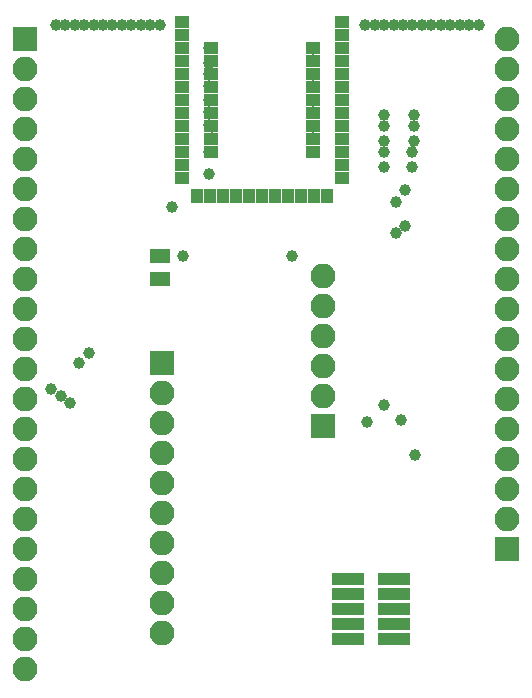
<source format=gts>
G04 #@! TF.GenerationSoftware,KiCad,Pcbnew,(5.0.0-3-g5ebb6b6)*
G04 #@! TF.CreationDate,2019-02-03T17:20:29+01:00*
G04 #@! TF.ProjectId,HolyIoT-NRF52840-Breakout,486F6C79496F542D4E52463532383430,1.0*
G04 #@! TF.SameCoordinates,Original*
G04 #@! TF.FileFunction,Soldermask,Top*
G04 #@! TF.FilePolarity,Negative*
%FSLAX46Y46*%
G04 Gerber Fmt 4.6, Leading zero omitted, Abs format (unit mm)*
G04 Created by KiCad (PCBNEW (5.0.0-3-g5ebb6b6)) date 2019 February 03, Sunday 17:20:29*
%MOMM*%
%LPD*%
G01*
G04 APERTURE LIST*
%ADD10R,2.800000X1.140000*%
%ADD11R,1.797000X1.289000*%
%ADD12R,2.100000X2.100000*%
%ADD13O,2.100000X2.100000*%
%ADD14R,1.000000X1.200000*%
%ADD15R,1.200000X1.000000*%
%ADD16C,1.000000*%
G04 APERTURE END LIST*
D10*
G04 #@! TO.C,J4*
X125550000Y-129960000D03*
X129450000Y-129960000D03*
X125550000Y-131230000D03*
X129450000Y-131230000D03*
X125550000Y-132500000D03*
X129450000Y-132500000D03*
X125550000Y-133770000D03*
X129450000Y-133770000D03*
X125550000Y-135040000D03*
X129450000Y-135040000D03*
G04 #@! TD*
D11*
G04 #@! TO.C,C2*
X109600000Y-102600000D03*
X109600000Y-104505000D03*
G04 #@! TD*
D12*
G04 #@! TO.C,J2*
X139000000Y-127400000D03*
D13*
X139000000Y-124860000D03*
X139000000Y-122320000D03*
X139000000Y-119780000D03*
X139000000Y-117240000D03*
X139000000Y-114700000D03*
X139000000Y-112160000D03*
X139000000Y-109620000D03*
X139000000Y-107080000D03*
X139000000Y-104540000D03*
X139000000Y-102000000D03*
X139000000Y-99460000D03*
X139000000Y-96920000D03*
X139000000Y-94380000D03*
X139000000Y-91840000D03*
X139000000Y-89300000D03*
X139000000Y-86760000D03*
X139000000Y-84220000D03*
G04 #@! TD*
D14*
G04 #@! TO.C,U1*
X121550000Y-97500000D03*
X123750000Y-97500000D03*
X122650000Y-97500000D03*
X120450000Y-97500000D03*
X112750000Y-97500000D03*
X119350000Y-97500000D03*
X118250000Y-97500000D03*
X117150000Y-97500000D03*
X116050000Y-97500000D03*
X114950000Y-97500000D03*
X113850000Y-97500000D03*
D15*
X125000000Y-91600000D03*
X125000000Y-93800000D03*
X125000000Y-92700000D03*
X125000000Y-90500000D03*
X125000000Y-96000000D03*
X125000000Y-94900000D03*
X125000000Y-82800000D03*
X125000000Y-89400000D03*
X125000000Y-88300000D03*
X125000000Y-87200000D03*
X125000000Y-86100000D03*
X125000000Y-85000000D03*
X125000000Y-83900000D03*
X111500000Y-96000000D03*
X111500000Y-94900000D03*
X111500000Y-93800000D03*
X111500000Y-92700000D03*
X111500000Y-91600000D03*
X111500000Y-90500000D03*
X122600000Y-89400000D03*
X122600000Y-87200000D03*
X122600000Y-86100000D03*
X122600000Y-91600000D03*
X122600000Y-92700000D03*
X122600000Y-93800000D03*
X122600000Y-90500000D03*
X122600000Y-85000000D03*
X122600000Y-88300000D03*
X113900000Y-93800000D03*
X113900000Y-92700000D03*
X113900000Y-91600000D03*
X113900000Y-90500000D03*
X113900000Y-89400000D03*
X113900000Y-88300000D03*
X113900000Y-87200000D03*
X113900000Y-86100000D03*
X113900000Y-85000000D03*
X111500000Y-89400000D03*
X111500000Y-88300000D03*
X111500000Y-87200000D03*
X111500000Y-86100000D03*
X111500000Y-85000000D03*
X111500000Y-83900000D03*
X111500000Y-82800000D03*
G04 #@! TD*
D12*
G04 #@! TO.C,J1*
X98200000Y-84200000D03*
D13*
X98200000Y-86740000D03*
X98200000Y-89280000D03*
X98200000Y-91820000D03*
X98200000Y-94360000D03*
X98200000Y-96900000D03*
X98200000Y-99440000D03*
X98200000Y-101980000D03*
X98200000Y-104520000D03*
X98200000Y-107060000D03*
X98200000Y-109600000D03*
X98200000Y-112140000D03*
X98200000Y-114680000D03*
X98200000Y-117220000D03*
X98200000Y-119760000D03*
X98200000Y-122300000D03*
X98200000Y-124840000D03*
X98200000Y-127380000D03*
X98200000Y-129920000D03*
X98200000Y-132460000D03*
X98200000Y-135000000D03*
X98200000Y-137540000D03*
G04 #@! TD*
D12*
G04 #@! TO.C,J3*
X109800000Y-111600000D03*
D13*
X109800000Y-114140000D03*
X109800000Y-116680000D03*
X109800000Y-119220000D03*
X109800000Y-121760000D03*
X109800000Y-124300000D03*
X109800000Y-126840000D03*
X109800000Y-129380000D03*
X109800000Y-131920000D03*
X109800000Y-134460000D03*
G04 #@! TD*
D12*
G04 #@! TO.C,J5*
X123400000Y-116960000D03*
D13*
X123400000Y-114420000D03*
X123400000Y-111880000D03*
X123400000Y-109340000D03*
X123400000Y-106800000D03*
X123400000Y-104260000D03*
G04 #@! TD*
D16*
X122600000Y-92600000D03*
X131200000Y-119400000D03*
X122599998Y-91600000D03*
X130000000Y-116500000D03*
X122600000Y-90400000D03*
X122599998Y-89400000D03*
X122600000Y-88200000D03*
X122599998Y-87200000D03*
X122600000Y-86000000D03*
X122600000Y-85000000D03*
X110600000Y-98400000D03*
X113800000Y-95600000D03*
X131000000Y-83000000D03*
X130200000Y-83000000D03*
X129400000Y-83000000D03*
X128600000Y-83000000D03*
X127800000Y-83000000D03*
X127000000Y-83000000D03*
X131800000Y-83000000D03*
X132600000Y-83000000D03*
X133400000Y-83000000D03*
X134200000Y-83000000D03*
X135000000Y-83000000D03*
X135800000Y-83000000D03*
X136600000Y-83000000D03*
X100800000Y-83000000D03*
X102400000Y-83000000D03*
X104000000Y-83000000D03*
X105600000Y-83000000D03*
X106400000Y-83000000D03*
X107200000Y-83000000D03*
X108000000Y-83000000D03*
X108800000Y-83000000D03*
X109600000Y-83000000D03*
X104800000Y-83000000D03*
X103200000Y-83000000D03*
X101600000Y-83000000D03*
X131000000Y-93800000D03*
X128600000Y-93800000D03*
X131000000Y-95000000D03*
X128600000Y-95000006D03*
X128600000Y-92800000D03*
X131100000Y-92800000D03*
X128599996Y-90600000D03*
X131100000Y-90600000D03*
X113800000Y-93800000D03*
X114000000Y-92600000D03*
X113799999Y-91500012D03*
X113799998Y-90400000D03*
X113800000Y-89400000D03*
X103600000Y-110800000D03*
X113800000Y-88200000D03*
X102800000Y-111600000D03*
X113800000Y-87200000D03*
X102000000Y-115000000D03*
X113800000Y-86200000D03*
X101200000Y-114400000D03*
X113799998Y-85000000D03*
X100400000Y-113800016D03*
X129600000Y-98000000D03*
X129600000Y-100600000D03*
X130400000Y-97000000D03*
X128600000Y-115200000D03*
X130400000Y-100000000D03*
X127155018Y-116644982D03*
X111600000Y-102600000D03*
X120799994Y-102600000D03*
X122600000Y-93800000D03*
X131100000Y-91600000D03*
X128600000Y-91600000D03*
M02*

</source>
